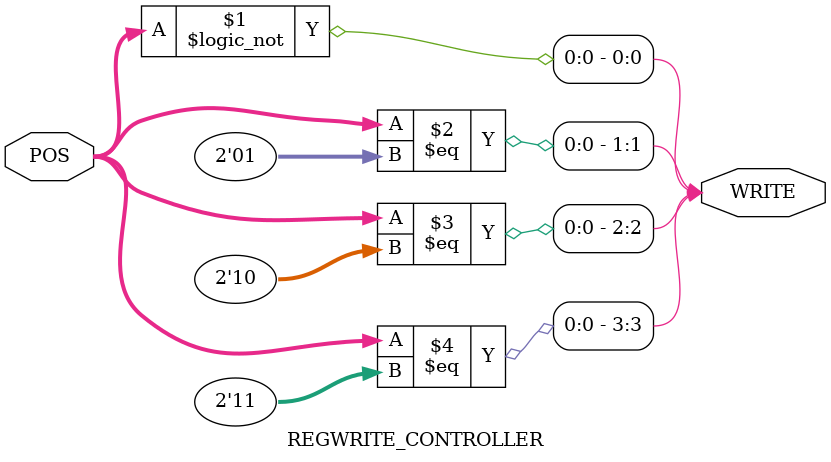
<source format=v>
/* レジスタ書き込み制御器
 * POS   : 書き込み位置データ入力
 * WRITE : 書き込み位置出力
 */
module REGWRITE_CONTROLLER(POS, WRITE);
	input  [1:0] POS;
	output [3:0] WRITE;

	wire   [3:0] WRITE;

	assign WRITE[0] = (POS[1:0] == 2'b00);
	assign WRITE[1] = (POS[1:0] == 2'b01);
	assign WRITE[2] = (POS[1:0] == 2'b10);
	assign WRITE[3] = (POS[1:0] == 2'b11);

endmodule

</source>
